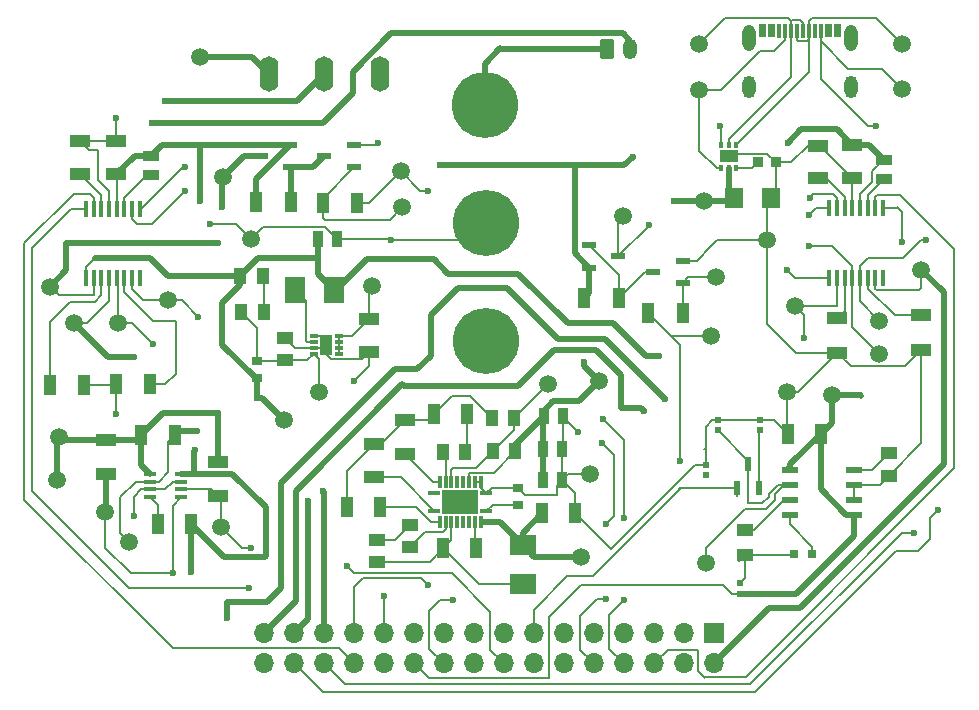
<source format=gbr>
%TF.GenerationSoftware,KiCad,Pcbnew,9.0.0*%
%TF.CreationDate,2025-04-05T15:30:28+02:00*%
%TF.ProjectId,EEE3088F_PCB_Project,45454533-3038-4384-965f-5043425f5072,rev?*%
%TF.SameCoordinates,Original*%
%TF.FileFunction,Copper,L1,Top*%
%TF.FilePolarity,Positive*%
%FSLAX46Y46*%
G04 Gerber Fmt 4.6, Leading zero omitted, Abs format (unit mm)*
G04 Created by KiCad (PCBNEW 9.0.0) date 2025-04-05 15:30:28*
%MOMM*%
%LPD*%
G01*
G04 APERTURE LIST*
G04 Aperture macros list*
%AMRoundRect*
0 Rectangle with rounded corners*
0 $1 Rounding radius*
0 $2 $3 $4 $5 $6 $7 $8 $9 X,Y pos of 4 corners*
0 Add a 4 corners polygon primitive as box body*
4,1,4,$2,$3,$4,$5,$6,$7,$8,$9,$2,$3,0*
0 Add four circle primitives for the rounded corners*
1,1,$1+$1,$2,$3*
1,1,$1+$1,$4,$5*
1,1,$1+$1,$6,$7*
1,1,$1+$1,$8,$9*
0 Add four rect primitives between the rounded corners*
20,1,$1+$1,$2,$3,$4,$5,0*
20,1,$1+$1,$4,$5,$6,$7,0*
20,1,$1+$1,$6,$7,$8,$9,0*
20,1,$1+$1,$8,$9,$2,$3,0*%
G04 Aperture macros list end*
%TA.AperFunction,EtchedComponent*%
%ADD10C,0.000000*%
%TD*%
%TA.AperFunction,SMDPad,CuDef*%
%ADD11C,1.500000*%
%TD*%
%TA.AperFunction,SMDPad,CuDef*%
%ADD12R,1.820000X1.050000*%
%TD*%
%TA.AperFunction,SMDPad,CuDef*%
%ADD13R,1.420000X1.000000*%
%TD*%
%TA.AperFunction,SMDPad,CuDef*%
%ADD14R,0.540000X0.565700*%
%TD*%
%TA.AperFunction,SMDPad,CuDef*%
%ADD15R,1.020000X1.780000*%
%TD*%
%TA.AperFunction,SMDPad,CuDef*%
%ADD16R,0.990000X0.300000*%
%TD*%
%TA.AperFunction,SMDPad,CuDef*%
%ADD17R,0.300000X0.990000*%
%TD*%
%TA.AperFunction,SMDPad,CuDef*%
%ADD18R,3.150000X2.150000*%
%TD*%
%TA.AperFunction,SMDPad,CuDef*%
%ADD19R,1.050000X1.820000*%
%TD*%
%TA.AperFunction,SMDPad,CuDef*%
%ADD20R,1.720000X1.050000*%
%TD*%
%TA.AperFunction,SMDPad,CuDef*%
%ADD21R,0.450000X1.475000*%
%TD*%
%TA.AperFunction,SMDPad,CuDef*%
%ADD22R,0.940000X1.430000*%
%TD*%
%TA.AperFunction,SMDPad,CuDef*%
%ADD23R,1.390000X0.910000*%
%TD*%
%TA.AperFunction,SMDPad,CuDef*%
%ADD24R,0.568000X1.309599*%
%TD*%
%TA.AperFunction,ComponentPad*%
%ADD25C,5.600000*%
%TD*%
%TA.AperFunction,ComponentPad*%
%ADD26O,1.600000X3.000000*%
%TD*%
%TA.AperFunction,SMDPad,CuDef*%
%ADD27R,1.200000X0.600000*%
%TD*%
%TA.AperFunction,SMDPad,CuDef*%
%ADD28R,1.454899X0.558000*%
%TD*%
%TA.AperFunction,SMDPad,CuDef*%
%ADD29R,2.311400X1.742199*%
%TD*%
%TA.AperFunction,SMDPad,CuDef*%
%ADD30R,1.485000X1.728000*%
%TD*%
%TA.AperFunction,SMDPad,CuDef*%
%ADD31R,1.050000X1.720000*%
%TD*%
%TA.AperFunction,ComponentPad*%
%ADD32RoundRect,0.250000X-0.350000X-0.625000X0.350000X-0.625000X0.350000X0.625000X-0.350000X0.625000X0*%
%TD*%
%TA.AperFunction,ComponentPad*%
%ADD33O,1.200000X1.750000*%
%TD*%
%TA.AperFunction,SMDPad,CuDef*%
%ADD34R,1.030000X1.750000*%
%TD*%
%TA.AperFunction,SMDPad,CuDef*%
%ADD35R,0.350000X0.500000*%
%TD*%
%TA.AperFunction,SMDPad,CuDef*%
%ADD36R,1.600000X1.000000*%
%TD*%
%TA.AperFunction,SMDPad,CuDef*%
%ADD37R,1.399500X1.000000*%
%TD*%
%TA.AperFunction,SMDPad,CuDef*%
%ADD38R,1.377000X1.132500*%
%TD*%
%TA.AperFunction,SMDPad,CuDef*%
%ADD39R,0.940000X0.730000*%
%TD*%
%TA.AperFunction,SMDPad,CuDef*%
%ADD40R,1.742199X2.311400*%
%TD*%
%TA.AperFunction,SMDPad,CuDef*%
%ADD41R,1.000000X1.420000*%
%TD*%
%TA.AperFunction,SMDPad,CuDef*%
%ADD42R,0.800000X0.800000*%
%TD*%
%TA.AperFunction,SMDPad,CuDef*%
%ADD43R,0.700000X0.300000*%
%TD*%
%TA.AperFunction,SMDPad,CuDef*%
%ADD44R,1.000000X1.700000*%
%TD*%
%TA.AperFunction,SMDPad,CuDef*%
%ADD45R,0.127000X0.127000*%
%TD*%
%TA.AperFunction,SMDPad,CuDef*%
%ADD46R,0.304800X1.143000*%
%TD*%
%TA.AperFunction,ComponentPad*%
%ADD47O,1.117600X2.209800*%
%TD*%
%TA.AperFunction,ComponentPad*%
%ADD48O,1.117600X1.905000*%
%TD*%
%TA.AperFunction,SMDPad,CuDef*%
%ADD49R,1.075000X0.450000*%
%TD*%
%TA.AperFunction,SMDPad,CuDef*%
%ADD50R,0.806500X0.864000*%
%TD*%
%TA.AperFunction,ComponentPad*%
%ADD51R,1.700000X1.700000*%
%TD*%
%TA.AperFunction,ComponentPad*%
%ADD52O,1.700000X1.700000*%
%TD*%
%TA.AperFunction,ViaPad*%
%ADD53C,0.600000*%
%TD*%
%TA.AperFunction,Conductor*%
%ADD54C,0.200000*%
%TD*%
%TA.AperFunction,Conductor*%
%ADD55C,0.500000*%
%TD*%
G04 APERTURE END LIST*
D10*
%TA.AperFunction,EtchedComponent*%
%TO.C,J2*%
G36*
X166260907Y-55702200D02*
G01*
X165651307Y-55702200D01*
X165651307Y-54559200D01*
X166260907Y-54559200D01*
X166260907Y-55702200D01*
G37*
%TD.AperFunction*%
%TA.AperFunction,EtchedComponent*%
G36*
X167065833Y-55702200D02*
G01*
X166456233Y-55702200D01*
X166456233Y-54559200D01*
X167065833Y-54559200D01*
X167065833Y-55702200D01*
G37*
%TD.AperFunction*%
%TA.AperFunction,EtchedComponent*%
G36*
X171871767Y-55702200D02*
G01*
X171262167Y-55702200D01*
X171262167Y-54559200D01*
X171871767Y-54559200D01*
X171871767Y-55702200D01*
G37*
%TD.AperFunction*%
%TA.AperFunction,EtchedComponent*%
G36*
X172676693Y-55702200D02*
G01*
X172067093Y-55702200D01*
X172067093Y-54559200D01*
X172676693Y-54559200D01*
X172676693Y-55702200D01*
G37*
%TD.AperFunction*%
%TD*%
D11*
%TO.P,TP39,1,1*%
%TO.N,/MOTOR4_A_OUT*%
X115697000Y-77978000D03*
%TD*%
D12*
%TO.P,C11,1,1*%
%TO.N,GND*%
X132650000Y-82350000D03*
%TO.P,C11,2,2*%
%TO.N,/PWR SWITCH OUT*%
X132650000Y-79570000D03*
%TD*%
D11*
%TO.P,TP21,1,1*%
%TO.N,GND*%
X122682000Y-72771000D03*
%TD*%
%TO.P,TP4,1,1*%
%TO.N,/CC1*%
X160655000Y-60198000D03*
%TD*%
D12*
%TO.P,C13,1,1*%
%TO.N,Net-(IC1-VINT)*%
X170727000Y-67645000D03*
%TO.P,C13,2,2*%
%TO.N,GND*%
X170727000Y-64865000D03*
%TD*%
D11*
%TO.P,TP37,1,1*%
%TO.N,/MOTOR4_B_OUT*%
X111413000Y-79858000D03*
%TD*%
D13*
%TO.P,R21,1*%
%TO.N,Net-(IC3-FB)*%
X125550000Y-83035000D03*
%TO.P,R21,2*%
%TO.N,GND*%
X125550000Y-81165000D03*
%TD*%
D11*
%TO.P,TP31,1,1*%
%TO.N,/I2C1_SDA*%
X120142000Y-97155000D03*
%TD*%
%TO.P,TP25,1,1*%
%TO.N,Net-(Q1-G)*%
X135509000Y-70104000D03*
%TD*%
D14*
%TO.P,R16,1,1*%
%TO.N,/PROG*%
X162190000Y-88979400D03*
%TO.P,R16,2,2*%
%TO.N,GND*%
X162190000Y-88113800D03*
%TD*%
D11*
%TO.P,TP22,1,1*%
%TO.N,GND*%
X151384000Y-92710000D03*
%TD*%
%TO.P,TP8,1,1*%
%TO.N,/PWR SWITCH OUT*%
X118405000Y-57351000D03*
%TD*%
%TO.P,TP34,1,1*%
%TO.N,/MOTOR1_A_OUT*%
X168783000Y-78423000D03*
%TD*%
D15*
%TO.P,C19,1,1*%
%TO.N,Net-(IC7-SW_1)*%
X138960000Y-98960000D03*
%TO.P,C19,2,2*%
%TO.N,Net-(IC7-BOOT)*%
X141720000Y-98960000D03*
%TD*%
D11*
%TO.P,TP23,1,1*%
%TO.N,/CTRL_EXT_LOAD1*%
X135382000Y-67056000D03*
%TD*%
D16*
%TO.P,IC7,1,VCC*%
%TO.N,Net-(IC7-VCC)*%
X138205000Y-95815000D03*
D17*
%TO.P,IC7,2,EN*%
%TO.N,/PWR SWITCH OUT*%
X138655000Y-96765000D03*
%TO.P,IC7,3,FSW*%
%TO.N,Net-(IC7-FSW)*%
X139155000Y-96765000D03*
%TO.P,IC7,4,SW_1*%
%TO.N,Net-(IC7-SW_1)*%
X139655000Y-96765000D03*
%TO.P,IC7,5,SW_2*%
%TO.N,unconnected-(IC7-SW_2-Pad5)*%
X140155000Y-96765000D03*
%TO.P,IC7,6,SW_3*%
%TO.N,unconnected-(IC7-SW_3-Pad6)*%
X140655000Y-96765000D03*
%TO.P,IC7,7,SW_4*%
%TO.N,unconnected-(IC7-SW_4-Pad7)*%
X141155000Y-96765000D03*
%TO.P,IC7,8,BOOT*%
%TO.N,Net-(IC7-BOOT)*%
X141655000Y-96765000D03*
%TO.P,IC7,9,VBN*%
%TO.N,/PWR SWITCH OUT*%
X142155000Y-96765000D03*
D16*
%TO.P,IC7,10,SS*%
%TO.N,Net-(IC7-SS)*%
X142605000Y-95815000D03*
%TO.P,IC7,11,NC_1*%
%TO.N,GND*%
X142605000Y-94315000D03*
D17*
%TO.P,IC7,12,NC_2*%
X142155000Y-93365000D03*
%TO.P,IC7,13,MODE*%
X141655000Y-93365000D03*
%TO.P,IC7,14,VOUT_1*%
%TO.N,/5V OUT*%
X141155000Y-93365000D03*
%TO.P,IC7,15,VOUT_2*%
%TO.N,unconnected-(IC7-VOUT_2-Pad15)*%
X140655000Y-93365000D03*
%TO.P,IC7,16,VOUT_3*%
%TO.N,unconnected-(IC7-VOUT_3-Pad16)*%
X140155000Y-93365000D03*
%TO.P,IC7,17,FB*%
%TO.N,Net-(IC7-FB)*%
X139655000Y-93365000D03*
%TO.P,IC7,18,COMP*%
%TO.N,Net-(IC7-COMP)*%
X139155000Y-93365000D03*
%TO.P,IC7,19,ILIM*%
%TO.N,Net-(IC7-ILIM)*%
X138655000Y-93365000D03*
D16*
%TO.P,IC7,20,AGND*%
%TO.N,GND*%
X138205000Y-94315000D03*
D18*
%TO.P,IC7,21,PGND*%
X140405000Y-95065000D03*
%TD*%
D19*
%TO.P,C24,1,1*%
%TO.N,/HV*%
X170904652Y-89255600D03*
%TO.P,C24,2,2*%
%TO.N,GND*%
X168124652Y-89255600D03*
%TD*%
D11*
%TO.P,TP18,1,1*%
%TO.N,/3V3 OUT*%
X125500000Y-88100000D03*
%TD*%
D20*
%TO.P,R7,1*%
%TO.N,GND*%
X172339000Y-82423000D03*
%TO.P,R7,2*%
%TO.N,Net-(IC1-AISEN)*%
X172339000Y-79503000D03*
%TD*%
D14*
%TO.P,R27,1,1*%
%TO.N,Net-(Q3-S)*%
X165746000Y-88979400D03*
%TO.P,R27,2,2*%
%TO.N,GND*%
X165746000Y-88113800D03*
%TD*%
D20*
%TO.P,R9,1*%
%TO.N,GND*%
X179451000Y-82169000D03*
%TO.P,R9,2*%
%TO.N,Net-(IC1-BISEN)*%
X179451000Y-79249000D03*
%TD*%
D21*
%TO.P,IC1,1,NSLEEP*%
%TO.N,/3V3 OUT*%
X171652000Y-76043000D03*
%TO.P,IC1,2,AOUT1*%
%TO.N,/MOTOR1_A_OUT*%
X172302000Y-76043000D03*
%TO.P,IC1,3,AISEN*%
%TO.N,Net-(IC1-AISEN)*%
X172952000Y-76043000D03*
%TO.P,IC1,4,AOUT2*%
%TO.N,/MOTOR1_B_OUT*%
X173602000Y-76043000D03*
%TO.P,IC1,5,BOUT2*%
%TO.N,/MOTOR2_B_OUT*%
X174252000Y-76043000D03*
%TO.P,IC1,6,BISEN*%
%TO.N,Net-(IC1-BISEN)*%
X174902000Y-76043000D03*
%TO.P,IC1,7,BOUT1*%
%TO.N,/MOTOR2_A_OUT*%
X175552000Y-76043000D03*
%TO.P,IC1,8,NFAULT*%
%TO.N,unconnected-(IC1-NFAULT-Pad8)*%
X176202000Y-76043000D03*
%TO.P,IC1,9,BIN1*%
%TO.N,/MOTOR2_CTRL1*%
X176202000Y-70167000D03*
%TO.P,IC1,10,BIN2*%
%TO.N,/MOTOR2_CTRL2*%
X175552000Y-70167000D03*
%TO.P,IC1,11,VCP*%
%TO.N,Net-(IC1-VCP)*%
X174902000Y-70167000D03*
%TO.P,IC1,12,VM*%
%TO.N,/5V OUT*%
X174252000Y-70167000D03*
%TO.P,IC1,13,GND*%
%TO.N,GND*%
X173602000Y-70167000D03*
%TO.P,IC1,14,VINT*%
%TO.N,Net-(IC1-VINT)*%
X172952000Y-70167000D03*
%TO.P,IC1,15,AIN2*%
%TO.N,/MOTOR1_CTRL2*%
X172302000Y-70167000D03*
%TO.P,IC1,16,AIN1*%
%TO.N,/MOTOR1_CTRL1*%
X171652000Y-70167000D03*
%TD*%
D22*
%TO.P,C21,1,1*%
%TO.N,/5V OUT*%
X147415000Y-90565000D03*
%TO.P,C21,2,2*%
%TO.N,GND*%
X149055000Y-90565000D03*
%TD*%
D15*
%TO.P,C18,1,1*%
%TO.N,GND*%
X130827000Y-95504000D03*
%TO.P,C18,2,2*%
%TO.N,/PWR SWITCH OUT*%
X133587000Y-95504000D03*
%TD*%
D23*
%TO.P,C5,1,1*%
%TO.N,Net-(IC1-VCP)*%
X176277000Y-67705000D03*
%TO.P,C5,2,2*%
%TO.N,/5V OUT*%
X176277000Y-66065000D03*
%TD*%
D24*
%TO.P,Q3,1,G*%
%TO.N,/FAST_CHARGE_CTRL*%
X163814651Y-93878700D03*
%TO.P,Q3,2,S*%
%TO.N,Net-(Q3-S)*%
X165714653Y-93878700D03*
%TO.P,Q3,3,D*%
%TO.N,/PROG*%
X164764652Y-91848300D03*
%TD*%
D11*
%TO.P,TP38,1,1*%
%TO.N,/MOTOR3_B_OUT*%
X107713000Y-79908000D03*
%TD*%
D22*
%TO.P,C22,1,1*%
%TO.N,/5V OUT*%
X147415000Y-93215000D03*
%TO.P,C22,2,2*%
%TO.N,GND*%
X149055000Y-93215000D03*
%TD*%
D20*
%TO.P,R3,1*%
%TO.N,/BATTERY*%
X119888000Y-91631000D03*
%TO.P,R3,2*%
%TO.N,/I2C1_SDA*%
X119888000Y-94551000D03*
%TD*%
D19*
%TO.P,C20,1,1*%
%TO.N,/PWR SWITCH OUT*%
X147315000Y-96015000D03*
%TO.P,C20,2,2*%
%TO.N,GND*%
X150095000Y-96015000D03*
%TD*%
D12*
%TO.P,C2,1,1*%
%TO.N,GND*%
X133096000Y-90177000D03*
%TO.P,C2,2,2*%
%TO.N,Net-(IC7-VCC)*%
X133096000Y-92957000D03*
%TD*%
D11*
%TO.P,TP36,1,1*%
%TO.N,/MOTOR1_B_OUT*%
X175895000Y-82487000D03*
%TD*%
D25*
%TO.P,H2,1*%
%TO.N,GND*%
X142575000Y-71450000D03*
%TD*%
D26*
%TO.P,SW1,1,1*%
%TO.N,/PWR SWITCH OUT*%
X124205000Y-58801000D03*
%TO.P,SW1,2,2*%
%TO.N,/PWR SWITCH IN*%
X128905000Y-58801000D03*
%TO.P,SW1,3,3*%
%TO.N,GND*%
X133605000Y-58801000D03*
%TD*%
D27*
%TO.P,Q6,1,G*%
%TO.N,Net-(Q2-D)*%
X151296000Y-73294000D03*
%TO.P,Q6,2,S*%
%TO.N,/5V OUT*%
X151296000Y-75194000D03*
%TO.P,Q6,3,D*%
%TO.N,/EXT_LOAD2_OUT*%
X153796000Y-74244000D03*
%TD*%
D11*
%TO.P,TP28,1,1*%
%TO.N,/EXT_LOAD2_OUT*%
X154138000Y-70796000D03*
%TD*%
%TO.P,TP5,1,1*%
%TO.N,/CC2*%
X177800000Y-60071000D03*
%TD*%
D28*
%TO.P,U2,1,VCC*%
%TO.N,/HV*%
X168293304Y-92300600D03*
%TO.P,U2,2,PROG*%
%TO.N,/PROG*%
X168293304Y-93570600D03*
%TO.P,U2,3,NSTDBY*%
%TO.N,Net-(LED1-K)*%
X168293304Y-94840600D03*
%TO.P,U2,4,NCHRG*%
%TO.N,Net-(LED2-K)*%
X168293304Y-96110600D03*
%TO.P,U2,5,TS*%
%TO.N,/HV*%
X173736000Y-96110600D03*
%TO.P,U2,6,BAT*%
%TO.N,GND*%
X173736000Y-94840600D03*
%TO.P,U2,7,GND*%
X173736000Y-93570600D03*
%TO.P,U2,8,LX*%
%TO.N,Net-(U2-LX)*%
X173736000Y-92300600D03*
%TD*%
D29*
%TO.P,L4,1,1*%
%TO.N,/PWR SWITCH OUT*%
X145674000Y-98711201D03*
%TO.P,L4,2,2*%
%TO.N,Net-(IC7-SW_1)*%
X145674000Y-102002799D03*
%TD*%
D11*
%TO.P,TP20,1,1*%
%TO.N,Net-(IC3-FB)*%
X128400000Y-85700000D03*
%TD*%
D12*
%TO.P,C10,1,1*%
%TO.N,/5V OUT*%
X111288000Y-67270000D03*
%TO.P,C10,2,2*%
%TO.N,GND*%
X111288000Y-64490000D03*
%TD*%
D11*
%TO.P,TP6,1,1*%
%TO.N,/D+*%
X177800000Y-56261000D03*
%TD*%
%TO.P,TP30,1,1*%
%TO.N,/BATTERY*%
X106299000Y-93218000D03*
%TD*%
D30*
%TO.P,C23,1,1*%
%TO.N,GND*%
X166751000Y-69342000D03*
%TO.P,C23,2,2*%
%TO.N,/HV*%
X163565800Y-69342000D03*
%TD*%
D13*
%TO.P,R12,1*%
%TO.N,Net-(R12-Pad1)*%
X136144000Y-96982000D03*
%TO.P,R12,2*%
%TO.N,Net-(IC7-FSW)*%
X136144000Y-98852000D03*
%TD*%
D21*
%TO.P,IC2,1,NSLEEP*%
%TO.N,/3V3 OUT*%
X108713000Y-76108000D03*
%TO.P,IC2,2,AOUT1*%
%TO.N,/MOTOR3_A_OUT*%
X109363000Y-76108000D03*
%TO.P,IC2,3,AISEN*%
%TO.N,Net-(IC2-AISEN)*%
X110013000Y-76108000D03*
%TO.P,IC2,4,AOUT2*%
%TO.N,/MOTOR3_B_OUT*%
X110663000Y-76108000D03*
%TO.P,IC2,5,BOUT2*%
%TO.N,/MOTOR4_B_OUT*%
X111313000Y-76108000D03*
%TO.P,IC2,6,BISEN*%
%TO.N,Net-(IC2-BISEN)*%
X111963000Y-76108000D03*
%TO.P,IC2,7,BOUT1*%
%TO.N,/MOTOR4_A_OUT*%
X112613000Y-76108000D03*
%TO.P,IC2,8,NFAULT*%
%TO.N,unconnected-(IC2-NFAULT-Pad8)*%
X113263000Y-76108000D03*
%TO.P,IC2,9,BIN1*%
%TO.N,/MOTOR4_CTRL1*%
X113263000Y-70232000D03*
%TO.P,IC2,10,BIN2*%
%TO.N,/MOTOR4_CTRL2*%
X112613000Y-70232000D03*
%TO.P,IC2,11,VCP*%
%TO.N,Net-(IC2-VCP)*%
X111963000Y-70232000D03*
%TO.P,IC2,12,VM*%
%TO.N,/5V OUT*%
X111313000Y-70232000D03*
%TO.P,IC2,13,GND*%
%TO.N,GND*%
X110663000Y-70232000D03*
%TO.P,IC2,14,VINT*%
%TO.N,Net-(IC2-VINT)*%
X110013000Y-70232000D03*
%TO.P,IC2,15,AIN2*%
%TO.N,/MOTOR3_CTRL2*%
X109363000Y-70232000D03*
%TO.P,IC2,16,AIN1*%
%TO.N,/MOTOR3_CTRL1*%
X108713000Y-70232000D03*
%TD*%
D31*
%TO.P,R6,1*%
%TO.N,Net-(IC2-AISEN)*%
X105653000Y-85140000D03*
%TO.P,R6,2*%
%TO.N,GND*%
X108573000Y-85140000D03*
%TD*%
D32*
%TO.P,J3,1,Pin_1*%
%TO.N,GND*%
X152797000Y-56732000D03*
D33*
%TO.P,J3,2,Pin_2*%
%TO.N,/BATTERY*%
X154797000Y-56732000D03*
%TD*%
D31*
%TO.P,R4,1*%
%TO.N,Net-(Q1-D)*%
X126060000Y-69650000D03*
%TO.P,R4,2*%
%TO.N,/5V OUT*%
X123140000Y-69650000D03*
%TD*%
D11*
%TO.P,TP12,1,1*%
%TO.N,/BATTERY*%
X106426000Y-89535000D03*
%TD*%
%TO.P,TP32,1,1*%
%TO.N,/I2C1_SCL*%
X110363000Y-95885000D03*
%TD*%
D31*
%TO.P,R15,1*%
%TO.N,Net-(Q2-G)*%
X159218000Y-79079000D03*
%TO.P,R15,2*%
%TO.N,/CTRL_EXT_LOAD2*%
X156298000Y-79079000D03*
%TD*%
D12*
%TO.P,C9,1,1*%
%TO.N,/5V OUT*%
X173577000Y-64815000D03*
%TO.P,C9,2,2*%
%TO.N,GND*%
X173577000Y-67595000D03*
%TD*%
D14*
%TO.P,R28,1,1*%
%TO.N,GND*%
X161174000Y-91923800D03*
%TO.P,R28,2,2*%
%TO.N,/BATTERY*%
X161174000Y-92789400D03*
%TD*%
D34*
%TO.P,C16,1,1*%
%TO.N,GND*%
X138183000Y-87630000D03*
%TO.P,C16,2,2*%
%TO.N,Net-(C16-Pad2)*%
X140963000Y-87630000D03*
%TD*%
D31*
%TO.P,R5,1*%
%TO.N,Net-(Q2-D)*%
X153800000Y-77800000D03*
%TO.P,R5,2*%
%TO.N,/5V OUT*%
X150880000Y-77800000D03*
%TD*%
D13*
%TO.P,R25,1*%
%TO.N,Net-(R12-Pad1)*%
X133350000Y-98252000D03*
%TO.P,R25,2*%
%TO.N,Net-(IC7-SW_1)*%
X133350000Y-100122000D03*
%TD*%
D11*
%TO.P,TP29,1,1*%
%TO.N,/PWR SWITCH IN*%
X112395000Y-98425000D03*
%TD*%
%TO.P,TP26,1,1*%
%TO.N,Net-(Q2-G)*%
X162076000Y-76031000D03*
%TD*%
D31*
%TO.P,R14,1*%
%TO.N,Net-(Q1-G)*%
X128740000Y-69750000D03*
%TO.P,R14,2*%
%TO.N,/CTRL_EXT_LOAD1*%
X131660000Y-69750000D03*
%TD*%
D11*
%TO.P,TP24,1,1*%
%TO.N,/CTRL_EXT_LOAD2*%
X161671000Y-81026000D03*
%TD*%
D27*
%TO.P,Q5,1,G*%
%TO.N,Net-(Q1-D)*%
X126000000Y-66700000D03*
%TO.P,Q5,2,S*%
%TO.N,/5V OUT*%
X126000000Y-64800000D03*
%TO.P,Q5,3,D*%
%TO.N,/EXT_LOAD1_OUT*%
X123500000Y-65750000D03*
%TD*%
D11*
%TO.P,TP14,1,1*%
%TO.N,/PROG*%
X161174000Y-100230600D03*
%TD*%
%TO.P,TP7,1,1*%
%TO.N,/D-*%
X160655000Y-56261000D03*
%TD*%
D12*
%TO.P,C14,1,1*%
%TO.N,Net-(IC2-VINT)*%
X108238000Y-67270000D03*
%TO.P,C14,2,2*%
%TO.N,GND*%
X108238000Y-64490000D03*
%TD*%
D20*
%TO.P,R20,1*%
%TO.N,/BATTERY*%
X110419000Y-89773000D03*
%TO.P,R20,2*%
%TO.N,/I2C1_SCL*%
X110419000Y-92693000D03*
%TD*%
D11*
%TO.P,TP11,1,1*%
%TO.N,GND*%
X168032000Y-85752600D03*
%TD*%
D35*
%TO.P,U1,1,CC1*%
%TO.N,/CC1*%
X162476400Y-66785900D03*
%TO.P,U1,2,VUSB*%
%TO.N,/HV*%
X163126400Y-66785900D03*
%TO.P,U1,3,VSET*%
%TO.N,Net-(U1-VSET)*%
X163776400Y-66785900D03*
%TO.P,U1,4,D+*%
%TO.N,/D+*%
X163776400Y-64785900D03*
%TO.P,U1,5,D-*%
%TO.N,/D-*%
X163126400Y-64785900D03*
%TO.P,U1,6,CC2*%
%TO.N,/CC2*%
X162476400Y-64785900D03*
D36*
%TO.P,U1,7,GND*%
%TO.N,GND*%
X163126400Y-65785900D03*
%TD*%
D11*
%TO.P,TP16,1,1*%
%TO.N,/PWR SWITCH OUT*%
X150591000Y-99715000D03*
%TD*%
D31*
%TO.P,R19,1*%
%TO.N,/PWR SWITCH IN*%
X116268000Y-89408000D03*
%TO.P,R19,2*%
%TO.N,/BATTERY*%
X113348000Y-89408000D03*
%TD*%
D11*
%TO.P,TP17,1,1*%
%TO.N,/5V OUT*%
X152146000Y-84836000D03*
%TD*%
D37*
%TO.P,LED1,1,A*%
%TO.N,Net-(LED1-A)*%
X164528652Y-99521500D03*
%TO.P,LED1,2,K*%
%TO.N,Net-(LED1-K)*%
X164528652Y-97420900D03*
%TD*%
D11*
%TO.P,TP40,1,1*%
%TO.N,/MOTOR3_A_OUT*%
X105663000Y-76808000D03*
%TD*%
%TO.P,TP15,1,1*%
%TO.N,/PWR SWITCH OUT*%
X132950000Y-76750000D03*
%TD*%
D25*
%TO.P,H3,1*%
%TO.N,GND*%
X142475000Y-61450000D03*
%TD*%
D23*
%TO.P,C6,1,1*%
%TO.N,Net-(IC2-VCP)*%
X114238000Y-67350000D03*
%TO.P,C6,2,2*%
%TO.N,/5V OUT*%
X114238000Y-65710000D03*
%TD*%
D27*
%TO.P,Q2,1,G*%
%TO.N,Net-(Q2-G)*%
X159218000Y-76515000D03*
%TO.P,Q2,2,S*%
%TO.N,GND*%
X159218000Y-74615000D03*
%TO.P,Q2,3,D*%
%TO.N,Net-(Q2-D)*%
X156718000Y-75565000D03*
%TD*%
D38*
%TO.P,L2,1,1*%
%TO.N,Net-(U2-LX)*%
X176668000Y-90882400D03*
%TO.P,L2,2,2*%
%TO.N,GND*%
X176668000Y-92814800D03*
%TD*%
D25*
%TO.P,H1,1*%
%TO.N,GND*%
X142575000Y-81400000D03*
%TD*%
D39*
%TO.P,C15,1,1*%
%TO.N,GND*%
X145255000Y-93855000D03*
%TO.P,C15,2,2*%
%TO.N,Net-(IC7-SS)*%
X145255000Y-95275000D03*
%TD*%
D40*
%TO.P,L5,1,1*%
%TO.N,Net-(IC3-SW)*%
X126404201Y-77100000D03*
%TO.P,L5,2,2*%
%TO.N,/3V3 OUT*%
X129695799Y-77100000D03*
%TD*%
D41*
%TO.P,R18,1*%
%TO.N,Net-(R17-Pad1)*%
X123663000Y-75946000D03*
%TO.P,R18,2*%
%TO.N,/3V3 OUT*%
X121793000Y-75946000D03*
%TD*%
D11*
%TO.P,TP3,1,1*%
%TO.N,/HV*%
X161036000Y-69596000D03*
%TD*%
D41*
%TO.P,R11,1*%
%TO.N,GND*%
X143120000Y-87965000D03*
%TO.P,R11,2*%
%TO.N,Net-(IC7-FB)*%
X144990000Y-87965000D03*
%TD*%
D42*
%TO.P,LED2,1,K*%
%TO.N,Net-(LED2-K)*%
X170217500Y-99440900D03*
%TO.P,LED2,2,A*%
%TO.N,Net-(LED1-A)*%
X168618500Y-99441100D03*
%TD*%
D11*
%TO.P,TP27,1,1*%
%TO.N,/EXT_LOAD1_OUT*%
X120300000Y-67500000D03*
%TD*%
D31*
%TO.P,R8,1*%
%TO.N,GND*%
X111253000Y-85090000D03*
%TO.P,R8,2*%
%TO.N,Net-(IC2-BISEN)*%
X114173000Y-85090000D03*
%TD*%
D22*
%TO.P,C17,1,1*%
%TO.N,/5V OUT*%
X147455000Y-87765000D03*
%TO.P,C17,2,2*%
%TO.N,GND*%
X149095000Y-87765000D03*
%TD*%
%TO.P,C3,1,1*%
%TO.N,/3V3 OUT*%
X128330000Y-72800000D03*
%TO.P,C3,2,2*%
%TO.N,GND*%
X129970000Y-72800000D03*
%TD*%
D43*
%TO.P,IC3,1,PGND*%
%TO.N,GND*%
X128000000Y-81000000D03*
%TO.P,IC3,2,SW*%
%TO.N,Net-(IC3-SW)*%
X128000000Y-81500000D03*
%TO.P,IC3,3,AGND*%
%TO.N,GND*%
X128000000Y-82000000D03*
%TO.P,IC3,4,FB*%
%TO.N,Net-(IC3-FB)*%
X128000000Y-82500000D03*
%TO.P,IC3,5,EN*%
%TO.N,/PWR SWITCH OUT*%
X130100000Y-82500000D03*
%TO.P,IC3,6,MODE*%
X130100000Y-82000000D03*
%TO.P,IC3,7,AVIN*%
X130100000Y-81500000D03*
%TO.P,IC3,8,PVIN*%
X130100000Y-81000000D03*
D44*
%TO.P,IC3,9,EP*%
%TO.N,GND*%
X129050000Y-81750000D03*
%TD*%
D11*
%TO.P,TP10,1,1*%
%TO.N,GND*%
X166370000Y-72898000D03*
%TD*%
%TO.P,TP33,1,1*%
%TO.N,/MOTOR2_A_OUT*%
X179451000Y-75375000D03*
%TD*%
D27*
%TO.P,Q1,1,G*%
%TO.N,Net-(Q1-G)*%
X131400000Y-66700000D03*
%TO.P,Q1,2,S*%
%TO.N,GND*%
X131400000Y-64800000D03*
%TO.P,Q1,3,D*%
%TO.N,Net-(Q1-D)*%
X128900000Y-65750000D03*
%TD*%
D41*
%TO.P,R26,1*%
%TO.N,Net-(IC7-COMP)*%
X138935000Y-90815000D03*
%TO.P,R26,2*%
%TO.N,Net-(C16-Pad2)*%
X140805000Y-90815000D03*
%TD*%
D11*
%TO.P,TP13,1,1*%
%TO.N,/HV*%
X171842000Y-86006600D03*
%TD*%
D20*
%TO.P,R10,1*%
%TO.N,GND*%
X135763000Y-88075000D03*
%TO.P,R10,2*%
%TO.N,Net-(IC7-ILIM)*%
X135763000Y-90995000D03*
%TD*%
D45*
%TO.P,J2,A1,GND*%
%TO.N,unconnected-(J2-GND-PadA1)*%
X165803707Y-55130700D03*
%TO.P,J2,A4,VBUS*%
%TO.N,unconnected-(J2-VBUS-PadA4)*%
X166608633Y-55130700D03*
D46*
%TO.P,J2,A5,CC1*%
%TO.N,/CC1*%
X167913685Y-55130700D03*
%TO.P,J2,A6,DP1*%
%TO.N,/D+*%
X168913937Y-55130700D03*
%TO.P,J2,A7,DN1*%
%TO.N,/D-*%
X169414063Y-55130700D03*
%TO.P,J2,A8,SBU1*%
%TO.N,unconnected-(J2-SBU1-PadA8)*%
X167413559Y-55130700D03*
D45*
%TO.P,J2,A9,VBUS*%
%TO.N,unconnected-(J2-VBUS-PadA9)*%
X171719367Y-55130700D03*
%TO.P,J2,A12,GND*%
%TO.N,unconnected-(J2-GND-PadA12)*%
X172524293Y-55130700D03*
%TO.P,J2,B1,GND*%
%TO.N,GND*%
X172219493Y-55130700D03*
%TO.P,J2,B4,VBUS*%
%TO.N,/HV*%
X171414567Y-55130700D03*
D46*
%TO.P,J2,B5,CC2*%
%TO.N,/CC2*%
X170914441Y-55130700D03*
%TO.P,J2,B6,DP2*%
%TO.N,/D+*%
X169914189Y-55130700D03*
%TO.P,J2,B7,DN2*%
%TO.N,/D-*%
X168413811Y-55130700D03*
%TO.P,J2,B8,SBU2*%
%TO.N,unconnected-(J2-SBU2-PadB8)*%
X170414315Y-55130700D03*
D45*
%TO.P,J2,B9,VBUS*%
%TO.N,/HV*%
X166913433Y-55130700D03*
%TO.P,J2,B12,GND*%
%TO.N,GND*%
X166108507Y-55130700D03*
D47*
%TO.P,J2,S1,SHELL_GND*%
X164843998Y-55721700D03*
%TO.P,J2,S2,SHELL_GND*%
X173484002Y-55721700D03*
D48*
%TO.P,J2,S3,SHELL_GND*%
X164843968Y-59871700D03*
%TO.P,J2,S4,SHELL_GND*%
X173484032Y-59871700D03*
%TD*%
D41*
%TO.P,R13,1*%
%TO.N,/5V OUT*%
X145025000Y-90765000D03*
%TO.P,R13,2*%
%TO.N,Net-(IC7-FB)*%
X143155000Y-90765000D03*
%TD*%
D49*
%TO.P,IC5,1,IN+*%
%TO.N,/BATTERY*%
X114120000Y-92685000D03*
%TO.P,IC5,2,IN-*%
%TO.N,/PWR SWITCH IN*%
X114120000Y-93335000D03*
%TO.P,IC5,3,GND*%
%TO.N,GND*%
X114120000Y-93985000D03*
%TO.P,IC5,4,VS*%
%TO.N,Net-(IC5-VS)*%
X114120000Y-94635000D03*
%TO.P,IC5,5,SCL*%
%TO.N,/I2C1_SCL*%
X116796000Y-94635000D03*
%TO.P,IC5,6,SDA*%
%TO.N,/I2C1_SDA*%
X116796000Y-93985000D03*
%TO.P,IC5,7,A0*%
%TO.N,GND*%
X116796000Y-93335000D03*
%TO.P,IC5,8,A1*%
%TO.N,/3V3 OUT*%
X116796000Y-92685000D03*
%TD*%
D14*
%TO.P,R30,1,1*%
%TO.N,Net-(LED1-A)*%
X164084000Y-101929200D03*
%TO.P,R30,2,2*%
%TO.N,/HV*%
X164084000Y-102794800D03*
%TD*%
D50*
%TO.P,R29,1,1*%
%TO.N,GND*%
X167113200Y-66294000D03*
%TO.P,R29,2,2*%
%TO.N,Net-(U1-VSET)*%
X165606400Y-66294000D03*
%TD*%
D11*
%TO.P,TP19,1,1*%
%TO.N,Net-(IC7-FB)*%
X147828000Y-85090000D03*
%TD*%
D39*
%TO.P,C1,1,1*%
%TO.N,Net-(IC3-FB)*%
X123190000Y-83110000D03*
%TO.P,C1,2,2*%
%TO.N,/3V3 OUT*%
X123190000Y-84530000D03*
%TD*%
D41*
%TO.P,R17,1*%
%TO.N,Net-(R17-Pad1)*%
X123744000Y-78994000D03*
%TO.P,R17,2*%
%TO.N,Net-(IC3-FB)*%
X121874000Y-78994000D03*
%TD*%
D11*
%TO.P,TP35,1,1*%
%TO.N,/MOTOR2_B_OUT*%
X175895000Y-79693000D03*
%TD*%
D15*
%TO.P,C7,1,1*%
%TO.N,/3V3 OUT*%
X117585000Y-96901000D03*
%TO.P,C7,2,2*%
%TO.N,Net-(IC5-VS)*%
X114825000Y-96901000D03*
%TD*%
D51*
%TO.P,J1,1,Pin_1*%
%TO.N,/MOTOR2_B_OUT*%
X161875000Y-106160000D03*
D52*
%TO.P,J1,2,Pin_2*%
%TO.N,/MOTOR2_A_OUT*%
X161875000Y-108700000D03*
%TO.P,J1,3,Pin_3*%
%TO.N,/MOTOR4_A_OUT*%
X159335000Y-106160000D03*
%TO.P,J1,4,Pin_4*%
%TO.N,/MOTOR2_CTRL1*%
X159335000Y-108700000D03*
%TO.P,J1,5,Pin_5*%
%TO.N,/MOTOR4_B_OUT*%
X156795000Y-106160000D03*
%TO.P,J1,6,Pin_6*%
%TO.N,/MOTOR2_CTRL2*%
X156795000Y-108700000D03*
%TO.P,J1,7,Pin_7*%
%TO.N,/CTRL_EXT_LOAD2*%
X154255000Y-106160000D03*
%TO.P,J1,8,Pin_8*%
%TO.N,/MOTOR4_CTRL1*%
X154255000Y-108700000D03*
%TO.P,J1,9,Pin_9*%
%TO.N,/USART2_RX*%
X151715000Y-106160000D03*
%TO.P,J1,10,Pin_10*%
%TO.N,/MOTOR4_CTRL2*%
X151715000Y-108700000D03*
%TO.P,J1,11,Pin_11*%
%TO.N,/EXT_LOAD2_OUT*%
X149175000Y-106160000D03*
%TO.P,J1,12,Pin_12*%
%TO.N,/USART2_TX*%
X149175000Y-108700000D03*
%TO.P,J1,13,Pin_13*%
%TO.N,/FAST_CHARGE_CTRL*%
X146635000Y-106160000D03*
%TO.P,J1,14,Pin_14*%
%TO.N,/BATTERY*%
X146635000Y-108700000D03*
%TO.P,J1,15,Pin_15*%
%TO.N,unconnected-(J1-Pin_15-Pad15)*%
X144095000Y-106160000D03*
%TO.P,J1,16,Pin_16*%
%TO.N,/I2C1_SCL*%
X144095000Y-108700000D03*
%TO.P,J1,17,Pin_17*%
%TO.N,/I2C1_SDA*%
X141555000Y-106160000D03*
%TO.P,J1,18,Pin_18*%
%TO.N,/3V3 OUT*%
X141555000Y-108700000D03*
%TO.P,J1,19,Pin_19*%
%TO.N,GND*%
X139015000Y-106160000D03*
%TO.P,J1,20,Pin_20*%
%TO.N,/5V OUT*%
X139015000Y-108700000D03*
%TO.P,J1,21,Pin_21*%
%TO.N,/EXT_LOAD1_OUT*%
X136475000Y-106160000D03*
%TO.P,J1,22,Pin_22*%
%TO.N,/HV*%
X136475000Y-108700000D03*
%TO.P,J1,23,Pin_23*%
%TO.N,GND*%
X133935000Y-106160000D03*
%TO.P,J1,24,Pin_24*%
%TO.N,/MOTOR3_CTRL1*%
X133935000Y-108700000D03*
%TO.P,J1,25,Pin_25*%
%TO.N,/CTRL_EXT_LOAD1*%
X131395000Y-106160000D03*
%TO.P,J1,26,Pin_26*%
%TO.N,/MOTOR3_CTRL2*%
X131395000Y-108700000D03*
%TO.P,J1,27,Pin_27*%
%TO.N,/MOTOR3_A_OUT*%
X128855000Y-106160000D03*
%TO.P,J1,28,Pin_28*%
%TO.N,/MOTOR1_CTRL1*%
X128855000Y-108700000D03*
%TO.P,J1,29,Pin_29*%
%TO.N,/MOTOR3_B_OUT*%
X126315000Y-106160000D03*
%TO.P,J1,30,Pin_30*%
%TO.N,/MOTOR1_CTRL2*%
X126315000Y-108700000D03*
%TO.P,J1,31,Pin_31*%
%TO.N,/MOTOR1_B_OUT*%
X123775000Y-106160000D03*
%TO.P,J1,32,Pin_32*%
%TO.N,/MOTOR1_A_OUT*%
X123775000Y-108700000D03*
%TD*%
D53*
%TO.N,/5V OUT*%
X155000000Y-65800000D03*
X150876000Y-83185000D03*
X118364000Y-69596000D03*
X168148000Y-64643000D03*
X139827000Y-103378000D03*
X138684000Y-66548000D03*
%TO.N,/MOTOR1_A_OUT*%
X120650000Y-104902000D03*
X169545000Y-81153000D03*
X157734000Y-86360000D03*
%TO.N,/MOTOR1_CTRL1*%
X178816000Y-97663000D03*
X169926000Y-70739000D03*
%TO.N,/MOTOR2_CTRL1*%
X177800000Y-73025000D03*
%TO.N,/MOTOR1_B_OUT*%
X155956000Y-87376000D03*
X169926000Y-73406000D03*
%TO.N,/MOTOR1_CTRL2*%
X180848000Y-95758000D03*
X169989500Y-69278500D03*
%TO.N,/MOTOR2_B_OUT*%
X179832000Y-72898000D03*
%TO.N,/MOTOR3_B_OUT*%
X112776000Y-82804000D03*
X127508000Y-94996000D03*
%TO.N,/MOTOR4_B_OUT*%
X114427000Y-81661000D03*
%TO.N,/MOTOR3_A_OUT*%
X119888000Y-73152000D03*
X128778000Y-94107000D03*
%TO.N,/MOTOR4_CTRL2*%
X117094000Y-68707000D03*
X152400000Y-90043000D03*
X152781000Y-103251000D03*
X152781000Y-96901000D03*
%TO.N,/MOTOR3_CTRL1*%
X122555000Y-102362000D03*
%TO.N,/MOTOR4_A_OUT*%
X118237000Y-79375000D03*
%TO.N,/MOTOR4_CTRL1*%
X154305000Y-96393000D03*
X117094000Y-66675000D03*
X154305000Y-103378000D03*
X152527000Y-88011000D03*
%TO.N,/BATTERY*%
X119888000Y-87503000D03*
X114300000Y-62992000D03*
%TO.N,/3V3 OUT*%
X117602000Y-100965000D03*
X168100000Y-75400000D03*
X157200000Y-82700000D03*
X123190000Y-86233000D03*
X117983000Y-90678000D03*
%TO.N,/I2C1_SDA*%
X122682000Y-98933000D03*
%TO.N,/I2C1_SCL*%
X116078000Y-101092000D03*
X130810000Y-100457000D03*
%TO.N,/CTRL_EXT_LOAD2*%
X159004000Y-91567000D03*
%TO.N,/CTRL_EXT_LOAD1*%
X137668000Y-68707000D03*
X137668000Y-102108000D03*
%TO.N,/EXT_LOAD2_OUT*%
X156400000Y-71600000D03*
%TO.N,/EXT_LOAD1_OUT*%
X120269000Y-70104000D03*
%TO.N,/HV*%
X174271600Y-86006600D03*
X158496000Y-69596000D03*
%TO.N,/PWR SWITCH IN*%
X118110000Y-89027000D03*
X115443000Y-61087000D03*
%TO.N,GND*%
X131400000Y-84800000D03*
X111252000Y-87630000D03*
X134500000Y-72900000D03*
X111288000Y-62520000D03*
X133477000Y-64643000D03*
X133985000Y-102997000D03*
X150368000Y-89154000D03*
X112776000Y-96266000D03*
X119253000Y-71501000D03*
%TO.N,/CC2*%
X162433000Y-63246000D03*
X175641000Y-63246000D03*
%TD*%
D54*
%TO.N,/MOTOR2_A_OUT*%
X179451000Y-75375000D02*
X179451000Y-76899000D01*
X175653000Y-77081500D02*
X175552000Y-76980500D01*
X175552000Y-76980500D02*
X175552000Y-76043000D01*
D55*
X181356000Y-91821000D02*
X181356000Y-77280000D01*
X161875000Y-108700000D02*
X166562000Y-104013000D01*
D54*
X179451000Y-76899000D02*
X179268500Y-77081500D01*
X179268500Y-77081500D02*
X175653000Y-77081500D01*
D55*
X169164000Y-104013000D02*
X181356000Y-91821000D01*
X181356000Y-77280000D02*
X179451000Y-75375000D01*
X166562000Y-104013000D02*
X169164000Y-104013000D01*
%TO.N,/5V OUT*%
X173577000Y-64815000D02*
X172262000Y-63500000D01*
D54*
X137795000Y-104267000D02*
X138684000Y-103378000D01*
X143224000Y-92566000D02*
X145025000Y-90765000D01*
X141155000Y-92618000D02*
X141207000Y-92566000D01*
D55*
X151296000Y-77384000D02*
X150880000Y-77800000D01*
X147415000Y-87805000D02*
X147455000Y-87765000D01*
X151296000Y-75194000D02*
X151296000Y-77384000D01*
X152146000Y-84836000D02*
X150876000Y-83566000D01*
X154252000Y-66548000D02*
X155000000Y-65800000D01*
D54*
X175281000Y-67928000D02*
X175281000Y-67061000D01*
D55*
X169291000Y-63500000D02*
X168148000Y-64643000D01*
D54*
X174252000Y-70167000D02*
X174252000Y-68957000D01*
X111313000Y-67295000D02*
X111288000Y-67270000D01*
X139015000Y-108700000D02*
X137795000Y-107480000D01*
D55*
X112848000Y-65710000D02*
X111288000Y-67270000D01*
X114238000Y-65710000D02*
X114358000Y-65590000D01*
X172262000Y-63500000D02*
X169291000Y-63500000D01*
X147320000Y-87630000D02*
X147455000Y-87765000D01*
D54*
X111313000Y-70232000D02*
X111313000Y-67295000D01*
D55*
X175027000Y-64815000D02*
X176277000Y-66065000D01*
X150495000Y-86487000D02*
X152146000Y-84836000D01*
X150876000Y-83566000D02*
X150876000Y-83185000D01*
X148286000Y-86487000D02*
X150495000Y-86487000D01*
X145025000Y-90195000D02*
X147455000Y-87765000D01*
D54*
X141207000Y-92566000D02*
X143224000Y-92566000D01*
D55*
X150100000Y-73998000D02*
X150100000Y-66548000D01*
X150100000Y-66548000D02*
X154252000Y-66548000D01*
D54*
X137795000Y-107480000D02*
X137795000Y-104267000D01*
D55*
X123140000Y-67660000D02*
X123140000Y-69650000D01*
D54*
X175281000Y-67061000D02*
X176277000Y-66065000D01*
X174252000Y-68957000D02*
X175281000Y-67928000D01*
D55*
X145025000Y-90765000D02*
X145025000Y-90195000D01*
X114238000Y-65710000D02*
X115148000Y-64800000D01*
X147415000Y-90565000D02*
X147415000Y-87805000D01*
X115148000Y-64800000D02*
X118364000Y-64800000D01*
X118364000Y-64800000D02*
X126000000Y-64800000D01*
X114238000Y-65710000D02*
X112848000Y-65710000D01*
D54*
X141155000Y-93365000D02*
X141155000Y-92618000D01*
D55*
X147455000Y-87765000D02*
X147455000Y-87318000D01*
X147455000Y-87318000D02*
X148286000Y-86487000D01*
X138684000Y-66548000D02*
X150100000Y-66548000D01*
D54*
X138684000Y-103378000D02*
X139827000Y-103378000D01*
D55*
X147415000Y-93215000D02*
X147415000Y-90565000D01*
X151296000Y-75194000D02*
X150100000Y-73998000D01*
X126000000Y-64800000D02*
X123140000Y-67660000D01*
X118364000Y-69596000D02*
X118364000Y-64800000D01*
X173577000Y-64815000D02*
X175027000Y-64815000D01*
%TO.N,/MOTOR1_A_OUT*%
X134874000Y-83820000D02*
X125222000Y-93472000D01*
X140208000Y-76962000D02*
X137922000Y-79248000D01*
X157734000Y-86360000D02*
X152654000Y-81280000D01*
X125222000Y-102362000D02*
X124079000Y-103505000D01*
X136779000Y-83820000D02*
X134874000Y-83820000D01*
D54*
X168783000Y-78423000D02*
X169545000Y-79185000D01*
D55*
X124079000Y-103505000D02*
X120650000Y-103505000D01*
X137922000Y-79248000D02*
X137922000Y-82677000D01*
X120650000Y-103505000D02*
X120650000Y-104902000D01*
D54*
X168783000Y-78423000D02*
X172339000Y-78423000D01*
D55*
X125222000Y-93472000D02*
X125222000Y-102362000D01*
D54*
X172302000Y-78386000D02*
X172302000Y-76043000D01*
D55*
X152654000Y-81280000D02*
X148717000Y-81280000D01*
X148717000Y-81280000D02*
X144399000Y-76962000D01*
X144399000Y-76962000D02*
X140208000Y-76962000D01*
X137922000Y-82677000D02*
X136779000Y-83820000D01*
D54*
X169545000Y-79185000D02*
X169545000Y-81153000D01*
X172339000Y-78423000D02*
X172302000Y-78386000D01*
%TO.N,/MOTOR1_CTRL1*%
X164973000Y-110490000D02*
X164465000Y-110490000D01*
X171652000Y-70167000D02*
X170498000Y-70167000D01*
X178816000Y-97663000D02*
X177800000Y-97663000D01*
X177800000Y-97663000D02*
X164973000Y-110490000D01*
X170498000Y-70167000D02*
X169926000Y-70739000D01*
X130645000Y-110490000D02*
X128855000Y-108700000D01*
X164465000Y-110490000D02*
X130645000Y-110490000D01*
%TO.N,/MOTOR2_CTRL1*%
X177419000Y-70104000D02*
X177356000Y-70167000D01*
X177800000Y-70485000D02*
X177419000Y-70104000D01*
X177356000Y-70167000D02*
X176202000Y-70167000D01*
X177800000Y-73025000D02*
X177800000Y-70485000D01*
%TO.N,/MOTOR1_B_OUT*%
X173602000Y-76043000D02*
X173602000Y-75105500D01*
D55*
X154051000Y-87122000D02*
X155702000Y-87122000D01*
X148336000Y-82169000D02*
X151892000Y-82169000D01*
X126492000Y-94107000D02*
X135509000Y-85090000D01*
X151892000Y-82169000D02*
X154051000Y-84328000D01*
D54*
X173602000Y-75105500D02*
X171902500Y-73406000D01*
D55*
X123698000Y-106083000D02*
X123775000Y-106160000D01*
D54*
X175895000Y-82487000D02*
X173602000Y-80194000D01*
X171902500Y-73406000D02*
X169926000Y-73406000D01*
D55*
X123775000Y-106160000D02*
X126492000Y-103443000D01*
X135636000Y-85217000D02*
X145288000Y-85217000D01*
X135509000Y-85090000D02*
X135636000Y-85217000D01*
X126492000Y-103443000D02*
X126492000Y-94107000D01*
X154051000Y-84328000D02*
X154051000Y-87122000D01*
X155702000Y-87122000D02*
X155956000Y-87376000D01*
X145288000Y-85217000D02*
X148336000Y-82169000D01*
D54*
X173602000Y-80194000D02*
X173602000Y-76043000D01*
%TO.N,/MOTOR2_CTRL2*%
X161036000Y-109855000D02*
X164592000Y-109855000D01*
X175716500Y-69088000D02*
X175552000Y-69252500D01*
X160528000Y-107569000D02*
X160528000Y-109347000D01*
X164592000Y-109855000D02*
X182245000Y-92202000D01*
X175552000Y-69252500D02*
X175552000Y-70167000D01*
X182245000Y-92202000D02*
X182245000Y-73660000D01*
X177673000Y-69088000D02*
X175716500Y-69088000D01*
X160528000Y-109347000D02*
X161036000Y-109855000D01*
X157946000Y-107549000D02*
X160508000Y-107549000D01*
X161036000Y-109855000D02*
X161099500Y-109918500D01*
X160508000Y-107549000D02*
X160528000Y-107569000D01*
X156795000Y-108700000D02*
X157946000Y-107549000D01*
X182245000Y-73660000D02*
X177673000Y-69088000D01*
%TO.N,/MOTOR1_CTRL2*%
X169989500Y-69278500D02*
X170307000Y-68961000D01*
X126315000Y-108700000D02*
X128740000Y-111125000D01*
X180848000Y-95758000D02*
X180213000Y-96393000D01*
X177266600Y-99187000D02*
X165328600Y-111125000D01*
X172302000Y-69345000D02*
X172302000Y-70167000D01*
X128740000Y-111125000D02*
X165252400Y-111125000D01*
X170307000Y-68961000D02*
X171918000Y-68961000D01*
X171918000Y-68961000D02*
X172302000Y-69345000D01*
X180213000Y-98171000D02*
X179197000Y-99187000D01*
X179197000Y-99187000D02*
X177266600Y-99187000D01*
X180213000Y-96393000D02*
X180213000Y-98171000D01*
X165328600Y-111125000D02*
X165252400Y-111125000D01*
%TO.N,/MOTOR2_B_OUT*%
X174252000Y-76043000D02*
X174252000Y-75105500D01*
D55*
X161875000Y-106160000D02*
X161875000Y-106249000D01*
D54*
X175895000Y-79693000D02*
X174252000Y-78050000D01*
X174252000Y-75105500D02*
X174935500Y-74422000D01*
X174252000Y-78050000D02*
X174252000Y-76043000D01*
X174935500Y-74422000D02*
X177927000Y-74422000D01*
X177927000Y-74422000D02*
X179451000Y-72898000D01*
D55*
X161875000Y-106249000D02*
X161925000Y-106299000D01*
D54*
X179451000Y-72898000D02*
X179832000Y-72898000D01*
D55*
%TO.N,/MOTOR3_B_OUT*%
X110609000Y-82804000D02*
X107713000Y-79908000D01*
X126315000Y-106160000D02*
X127508000Y-104967000D01*
X127508000Y-104967000D02*
X127508000Y-94996000D01*
X126315000Y-106160000D02*
X126238000Y-106083000D01*
X112776000Y-82804000D02*
X110609000Y-82804000D01*
D54*
X107713000Y-79908000D02*
X108813000Y-79908000D01*
X110663000Y-78058000D02*
X110663000Y-76108000D01*
X108813000Y-79908000D02*
X110663000Y-78058000D01*
%TO.N,/MOTOR4_B_OUT*%
X112624000Y-79858000D02*
X114427000Y-81661000D01*
X111413000Y-79858000D02*
X111413000Y-76208000D01*
X111413000Y-76208000D02*
X111313000Y-76108000D01*
X111413000Y-79858000D02*
X112624000Y-79858000D01*
D55*
%TO.N,/MOTOR3_A_OUT*%
X107061000Y-75410000D02*
X107061000Y-73152000D01*
D54*
X105663000Y-76808000D02*
X106413000Y-77558000D01*
D55*
X128855000Y-106160000D02*
X128855000Y-94184000D01*
D54*
X109363000Y-77508000D02*
X109363000Y-76108000D01*
D55*
X128855000Y-94184000D02*
X128778000Y-94107000D01*
D54*
X106413000Y-77558000D02*
X109413000Y-77558000D01*
X109413000Y-77558000D02*
X109363000Y-77508000D01*
D55*
X105663000Y-76808000D02*
X107061000Y-75410000D01*
X128778000Y-106083000D02*
X128855000Y-106160000D01*
X107061000Y-73152000D02*
X119888000Y-73152000D01*
D54*
%TO.N,/MOTOR4_CTRL2*%
X152019000Y-103251000D02*
X152781000Y-103251000D01*
X113030000Y-71501000D02*
X112613000Y-71084000D01*
X153416000Y-91059000D02*
X152400000Y-90043000D01*
X153416000Y-91186000D02*
X153416000Y-91059000D01*
X112613000Y-71084000D02*
X112613000Y-70232000D01*
X153416000Y-96266000D02*
X153416000Y-91186000D01*
X150564000Y-107549000D02*
X150564000Y-104706000D01*
X114300000Y-71501000D02*
X117094000Y-68707000D01*
X151715000Y-108700000D02*
X150564000Y-107549000D01*
X151511000Y-103759000D02*
X152019000Y-103251000D01*
X150622000Y-104648000D02*
X151511000Y-103759000D01*
X150564000Y-104706000D02*
X150622000Y-104648000D01*
X113030000Y-71501000D02*
X114300000Y-71501000D01*
X152781000Y-96901000D02*
X153416000Y-96266000D01*
%TO.N,/MOTOR3_CTRL1*%
X122555000Y-102362000D02*
X112395000Y-102362000D01*
X112395000Y-102362000D02*
X104140000Y-94107000D01*
X104141000Y-73533000D02*
X107442000Y-70232000D01*
X104140000Y-94107000D02*
X104140000Y-73533000D01*
X104140000Y-73533000D02*
X104141000Y-73533000D01*
X107442000Y-70232000D02*
X108713000Y-70232000D01*
%TO.N,/MOTOR3_CTRL2*%
X116078000Y-107442000D02*
X103505000Y-94869000D01*
X131395000Y-108700000D02*
X130137000Y-107442000D01*
X130137000Y-107442000D02*
X116078000Y-107442000D01*
X107696000Y-68961000D02*
X109029500Y-68961000D01*
X103505000Y-94869000D02*
X103505000Y-73152000D01*
X109029500Y-68961000D02*
X109363000Y-69294500D01*
X109363000Y-69294500D02*
X109363000Y-70232000D01*
X103505000Y-73152000D02*
X107696000Y-68961000D01*
%TO.N,/MOTOR4_A_OUT*%
X115697000Y-77978000D02*
X116840000Y-77978000D01*
X116840000Y-77978000D02*
X118237000Y-79375000D01*
X112613000Y-77022500D02*
X112613000Y-76108000D01*
X113568500Y-77978000D02*
X112613000Y-77022500D01*
X115697000Y-77978000D02*
X113568500Y-77978000D01*
%TO.N,/MOTOR4_CTRL1*%
X113410000Y-70232000D02*
X116967000Y-66675000D01*
X153035000Y-107480000D02*
X153035000Y-104648000D01*
X113263000Y-70232000D02*
X113410000Y-70232000D01*
X154305000Y-96393000D02*
X154305000Y-89789000D01*
X116967000Y-66675000D02*
X117094000Y-66675000D01*
X154305000Y-89789000D02*
X152527000Y-88011000D01*
X154255000Y-108700000D02*
X153035000Y-107480000D01*
X153035000Y-104648000D02*
X154305000Y-103378000D01*
D55*
%TO.N,/BATTERY*%
X113348000Y-89408000D02*
X113348000Y-91887000D01*
X154178000Y-55372000D02*
X154797000Y-55991000D01*
X115253000Y-87503000D02*
X119888000Y-87503000D01*
X106664000Y-89773000D02*
X106426000Y-89535000D01*
X110419000Y-89773000D02*
X106664000Y-89773000D01*
X131318000Y-60452000D02*
X131318000Y-58618819D01*
X134564819Y-55372000D02*
X154178000Y-55372000D01*
X113348000Y-89408000D02*
X115253000Y-87503000D01*
X106299000Y-93218000D02*
X106299000Y-89662000D01*
X112983000Y-89773000D02*
X113348000Y-89408000D01*
X128778000Y-62992000D02*
X131318000Y-60452000D01*
X114300000Y-62992000D02*
X128778000Y-62992000D01*
X110419000Y-89773000D02*
X112983000Y-89773000D01*
X154797000Y-55991000D02*
X154797000Y-56732000D01*
X131318000Y-58618819D02*
X134564819Y-55372000D01*
X106299000Y-89662000D02*
X106426000Y-89535000D01*
X119888000Y-87503000D02*
X119888000Y-91631000D01*
X113348000Y-91887000D02*
X114098000Y-92637000D01*
%TO.N,/3V3 OUT*%
X123633000Y-86233000D02*
X125500000Y-88100000D01*
X128330000Y-75734201D02*
X128330000Y-74422000D01*
X120269000Y-81714000D02*
X123085000Y-84530000D01*
X123190000Y-86233000D02*
X123633000Y-86233000D01*
X123317000Y-74422000D02*
X128330000Y-74422000D01*
X121107000Y-92659000D02*
X123952000Y-95504000D01*
X123190000Y-84530000D02*
X123190000Y-86233000D01*
X116796000Y-92659000D02*
X117856000Y-92659000D01*
X115697000Y-75946000D02*
X114173000Y-74422000D01*
X145300000Y-75700000D02*
X149500000Y-79900000D01*
X129695799Y-77100000D02*
X128330000Y-75734201D01*
X114173000Y-74422000D02*
X109461500Y-74422000D01*
X117856000Y-92659000D02*
X121107000Y-92659000D01*
X123085000Y-84530000D02*
X123190000Y-84530000D01*
X138200000Y-74500000D02*
X139400000Y-75700000D01*
X129695799Y-77100000D02*
X129900000Y-77100000D01*
X123952000Y-99568000D02*
X123836000Y-99684000D01*
X129695799Y-77100000D02*
X129695799Y-76604201D01*
X123952000Y-95504000D02*
X123952000Y-99568000D01*
X117585000Y-96901000D02*
X117585000Y-100948000D01*
X120269000Y-78232000D02*
X120269000Y-81714000D01*
X129695799Y-77100000D02*
X129695799Y-76854201D01*
X121793000Y-76708000D02*
X120269000Y-78232000D01*
X121793000Y-75946000D02*
X115697000Y-75946000D01*
X121793000Y-75946000D02*
X123317000Y-74422000D01*
X139400000Y-75700000D02*
X145300000Y-75700000D01*
X156100000Y-82700000D02*
X157200000Y-82700000D01*
X121793000Y-75946000D02*
X121793000Y-76708000D01*
X117856000Y-90805000D02*
X117983000Y-90678000D01*
D54*
X168743000Y-76043000D02*
X168100000Y-75400000D01*
X171652000Y-76043000D02*
X168743000Y-76043000D01*
D55*
X120368000Y-99684000D02*
X117585000Y-96901000D01*
X123836000Y-99684000D02*
X120368000Y-99684000D01*
X153300000Y-79900000D02*
X156100000Y-82700000D01*
X128330000Y-74422000D02*
X128330000Y-72800000D01*
X132500000Y-74500000D02*
X138200000Y-74500000D01*
D54*
X108713000Y-76108000D02*
X108713000Y-75170500D01*
D55*
X117856000Y-92659000D02*
X117856000Y-90805000D01*
X129900000Y-77100000D02*
X132500000Y-74500000D01*
D54*
X128330000Y-72800000D02*
X128330000Y-73870000D01*
D55*
X149500000Y-79900000D02*
X153300000Y-79900000D01*
D54*
X108713000Y-75170500D02*
X109461500Y-74422000D01*
%TO.N,/I2C1_SDA*%
X116796000Y-93985000D02*
X119322000Y-93985000D01*
X120142000Y-97155000D02*
X120142000Y-94805000D01*
X119322000Y-93985000D02*
X119888000Y-94551000D01*
X120142000Y-97155000D02*
X121920000Y-98933000D01*
X120142000Y-94805000D02*
X119888000Y-94551000D01*
X121920000Y-98933000D02*
X122682000Y-98933000D01*
%TO.N,/I2C1_SCL*%
X116078000Y-101092000D02*
X112522000Y-101092000D01*
D55*
X110756000Y-92693000D02*
X110419000Y-92693000D01*
D54*
X110363000Y-98933000D02*
X110363000Y-95885000D01*
X112522000Y-101092000D02*
X110363000Y-98933000D01*
X116078000Y-95353000D02*
X116078000Y-101092000D01*
X116796000Y-94635000D02*
X116078000Y-95353000D01*
X142944000Y-104336000D02*
X142944000Y-107549000D01*
X142944000Y-107549000D02*
X144095000Y-108700000D01*
D55*
X110419000Y-95829000D02*
X110363000Y-95885000D01*
D54*
X130810000Y-100457000D02*
X131445000Y-101092000D01*
X139700000Y-101092000D02*
X142944000Y-104336000D01*
X131445000Y-101092000D02*
X139700000Y-101092000D01*
D55*
X110419000Y-92693000D02*
X110419000Y-95829000D01*
%TO.N,/PWR SWITCH OUT*%
X145674000Y-98711201D02*
X145674000Y-97656000D01*
D54*
X130100000Y-82500000D02*
X130100000Y-82000000D01*
X137908000Y-96765000D02*
X138655000Y-96765000D01*
X136647000Y-95504000D02*
X137908000Y-96765000D01*
X131220000Y-81000000D02*
X132650000Y-79570000D01*
X132780000Y-79700000D02*
X132650000Y-79570000D01*
X132650000Y-79570000D02*
X132650000Y-77050000D01*
D55*
X150591000Y-99715000D02*
X146677799Y-99715000D01*
X118405000Y-57351000D02*
X122755000Y-57351000D01*
D54*
X130100000Y-81500000D02*
X130100000Y-82000000D01*
D55*
X145674000Y-97656000D02*
X147315000Y-96015000D01*
D54*
X130100000Y-81000000D02*
X131220000Y-81000000D01*
X132850000Y-79370000D02*
X132650000Y-79570000D01*
D55*
X122755000Y-57351000D02*
X124205000Y-58801000D01*
D54*
X130100000Y-81000000D02*
X130100000Y-81500000D01*
D55*
X143727799Y-96765000D02*
X142256000Y-96765000D01*
X146677799Y-99715000D02*
X145674000Y-98711201D01*
X145674000Y-98711201D02*
X143727799Y-96765000D01*
D54*
X132650000Y-77050000D02*
X132950000Y-76750000D01*
X133587000Y-95504000D02*
X136647000Y-95504000D01*
%TO.N,/CTRL_EXT_LOAD2*%
X156298000Y-79082000D02*
X156298000Y-79079000D01*
X158305500Y-81089500D02*
X156298000Y-79082000D01*
X158305500Y-81089500D02*
X159004000Y-81788000D01*
X159004000Y-81788000D02*
X159004000Y-91567000D01*
X158369000Y-81026000D02*
X158305500Y-81089500D01*
X161671000Y-81026000D02*
X158369000Y-81026000D01*
%TO.N,/CTRL_EXT_LOAD1*%
X135382000Y-67056000D02*
X137033000Y-68707000D01*
X132688000Y-69750000D02*
X135382000Y-67056000D01*
X131395000Y-102285000D02*
X132187000Y-101493000D01*
X131395000Y-106160000D02*
X131395000Y-102285000D01*
X137053000Y-101493000D02*
X137668000Y-102108000D01*
X131660000Y-69750000D02*
X132688000Y-69750000D01*
X132187000Y-101493000D02*
X137053000Y-101493000D01*
X137033000Y-68707000D02*
X137668000Y-68707000D01*
%TO.N,/FAST_CHARGE_CTRL*%
X159131000Y-93878700D02*
X163814651Y-93878700D01*
X158916300Y-93878700D02*
X159131000Y-93878700D01*
X146635000Y-104190000D02*
X149479000Y-101346000D01*
X149479000Y-101346000D02*
X151663700Y-101346000D01*
X163814651Y-94503349D02*
X163814651Y-93878700D01*
X146635000Y-106160000D02*
X146635000Y-104190000D01*
X151663700Y-101346000D02*
X159131000Y-93878700D01*
%TO.N,/EXT_LOAD2_OUT*%
X153796000Y-74244000D02*
X153796000Y-71138000D01*
X156400000Y-71640000D02*
X156400000Y-71600000D01*
X153796000Y-74244000D02*
X156400000Y-71640000D01*
X153796000Y-71138000D02*
X154138000Y-70796000D01*
D55*
%TO.N,/EXT_LOAD1_OUT*%
X122050000Y-65750000D02*
X120300000Y-67500000D01*
X120269000Y-67531000D02*
X120300000Y-67500000D01*
X123500000Y-65750000D02*
X122050000Y-65750000D01*
X120269000Y-70104000D02*
X120269000Y-67531000D01*
%TO.N,/HV*%
X161036000Y-69596000D02*
X158496000Y-69596000D01*
X163311800Y-69596000D02*
X163565800Y-69342000D01*
D54*
X150622000Y-102108000D02*
X147955000Y-104775000D01*
X163373800Y-102794800D02*
X162687000Y-102108000D01*
D55*
X171842000Y-86006600D02*
X174271600Y-86006600D01*
X173736000Y-96110600D02*
X173097551Y-96110600D01*
X168293304Y-91866948D02*
X170904652Y-89255600D01*
D54*
X164084000Y-102794800D02*
X163373800Y-102794800D01*
D55*
X173736000Y-96110600D02*
X173736000Y-97917000D01*
D54*
X171080000Y-89080252D02*
X170904652Y-89255600D01*
X137757000Y-109982000D02*
X136475000Y-108700000D01*
X147955000Y-104775000D02*
X147955000Y-109982000D01*
D55*
X171842000Y-88318252D02*
X170904652Y-89255600D01*
X168293304Y-92300600D02*
X168293304Y-91866948D01*
X161036000Y-69596000D02*
X163311800Y-69596000D01*
X168858200Y-102794800D02*
X164084000Y-102794800D01*
X174271600Y-86006600D02*
X174371000Y-86106000D01*
D54*
X162687000Y-102108000D02*
X150622000Y-102108000D01*
D55*
X170904652Y-93917701D02*
X170904652Y-89255600D01*
X173736000Y-97917000D02*
X168858200Y-102794800D01*
X163126400Y-68902600D02*
X163126400Y-66785900D01*
X173097551Y-96110600D02*
X170904652Y-93917701D01*
X171842000Y-86006600D02*
X171842000Y-88318252D01*
X168124652Y-92131948D02*
X168293304Y-92300600D01*
D54*
X147955000Y-109982000D02*
X137757000Y-109982000D01*
%TO.N,Net-(IC1-BISEN)*%
X174902000Y-76980500D02*
X174902000Y-76043000D01*
X179451000Y-79249000D02*
X177170500Y-79249000D01*
X177170500Y-79249000D02*
X174902000Y-76980500D01*
%TO.N,Net-(IC1-VCP)*%
X176277000Y-67705000D02*
X174902000Y-69080000D01*
X174902000Y-69080000D02*
X174902000Y-70167000D01*
%TO.N,Net-(IC1-AISEN)*%
X172339000Y-79503000D02*
X172952000Y-78890000D01*
X172952000Y-78890000D02*
X172952000Y-76043000D01*
%TO.N,Net-(IC1-VINT)*%
X170727000Y-67645000D02*
X171367500Y-67645000D01*
X171367500Y-67645000D02*
X172952000Y-69229500D01*
X172952000Y-69229500D02*
X172952000Y-70167000D01*
%TO.N,Net-(IC2-AISEN)*%
X107363000Y-78108000D02*
X105653000Y-79818000D01*
X109463000Y-78108000D02*
X107363000Y-78108000D01*
X105653000Y-79818000D02*
X105653000Y-85140000D01*
X110013000Y-76108000D02*
X110013000Y-77558000D01*
X110013000Y-77558000D02*
X109463000Y-78108000D01*
%TO.N,Net-(IC2-VCP)*%
X111963000Y-69294500D02*
X113907500Y-67350000D01*
X111963000Y-70232000D02*
X111963000Y-69294500D01*
X113907500Y-67350000D02*
X114238000Y-67350000D01*
%TO.N,Net-(IC2-BISEN)*%
X116332000Y-84201000D02*
X116332000Y-79756000D01*
X116332000Y-79756000D02*
X114411000Y-79756000D01*
X115443000Y-85090000D02*
X116332000Y-84201000D01*
X114411000Y-79756000D02*
X111963000Y-77308000D01*
X114173000Y-85090000D02*
X115443000Y-85090000D01*
X111963000Y-77308000D02*
X111963000Y-76108000D01*
%TO.N,Net-(IC2-VINT)*%
X110013000Y-69045000D02*
X108238000Y-67270000D01*
X110013000Y-70232000D02*
X110013000Y-69045000D01*
%TO.N,Net-(IC3-SW)*%
X127398000Y-81500000D02*
X128000000Y-81500000D01*
X127349000Y-78044799D02*
X127349000Y-81451000D01*
X127349000Y-81451000D02*
X127398000Y-81500000D01*
X126404201Y-77100000D02*
X127349000Y-78044799D01*
%TO.N,Net-(IC3-FB)*%
X125325000Y-83260000D02*
X125550000Y-83035000D01*
X125475000Y-83110000D02*
X125550000Y-83035000D01*
X123190000Y-83110000D02*
X125475000Y-83110000D01*
X123190000Y-80310000D02*
X121874000Y-78994000D01*
X128400000Y-82900000D02*
X128000000Y-82500000D01*
X127465000Y-83035000D02*
X128000000Y-82500000D01*
X125550000Y-83035000D02*
X127465000Y-83035000D01*
X128400000Y-85700000D02*
X128400000Y-82900000D01*
X123190000Y-83110000D02*
X123190000Y-80310000D01*
%TO.N,Net-(IC5-VS)*%
X114825000Y-96901000D02*
X114825000Y-95340000D01*
X114825000Y-95340000D02*
X114120000Y-94635000D01*
D55*
%TO.N,/PWR SWITCH IN*%
X116649000Y-89027000D02*
X116268000Y-89408000D01*
D54*
X115697000Y-92495500D02*
X115697000Y-89979000D01*
X115697000Y-89979000D02*
X116268000Y-89408000D01*
D55*
X118110000Y-89027000D02*
X116649000Y-89027000D01*
D54*
X114857500Y-93335000D02*
X115697000Y-92495500D01*
X111633000Y-97663000D02*
X112395000Y-98425000D01*
X111633000Y-94615000D02*
X111633000Y-97663000D01*
X112913000Y-93335000D02*
X111633000Y-94615000D01*
D55*
X126619000Y-61087000D02*
X128905000Y-58801000D01*
D54*
X114120000Y-93335000D02*
X112913000Y-93335000D01*
D55*
X115443000Y-61087000D02*
X126619000Y-61087000D01*
D54*
X114120000Y-93335000D02*
X114857500Y-93335000D01*
%TO.N,GND*%
X114120000Y-93985000D02*
X115431500Y-93985000D01*
X145255000Y-93855000D02*
X145888000Y-94488000D01*
X173577000Y-67595000D02*
X173577000Y-70142000D01*
X111253000Y-85090000D02*
X111253000Y-87756000D01*
D55*
X143764000Y-56642000D02*
X142475000Y-57931000D01*
D54*
X144421000Y-83246000D02*
X142575000Y-81400000D01*
X114120000Y-93985000D02*
X113382500Y-93985000D01*
X108573000Y-85140000D02*
X111203000Y-85140000D01*
X149095000Y-90525000D02*
X149055000Y-90565000D01*
D55*
X142475000Y-57931000D02*
X142475000Y-61450000D01*
D54*
X160462000Y-74615000D02*
X161671000Y-73406000D01*
X168402000Y-66294000D02*
X169831000Y-64865000D01*
X133661000Y-90177000D02*
X135763000Y-88075000D01*
X129970000Y-72800000D02*
X134400000Y-72800000D01*
X149095000Y-87881000D02*
X150368000Y-89154000D01*
X169831000Y-64865000D02*
X170727000Y-64865000D01*
X128000000Y-82000000D02*
X126385000Y-82000000D01*
X149560000Y-92710000D02*
X149055000Y-93215000D01*
X167113200Y-68979800D02*
X166751000Y-69342000D01*
X145888000Y-94488000D02*
X148590000Y-94488000D01*
X132650000Y-82350000D02*
X132650000Y-83550000D01*
X170847000Y-64865000D02*
X173577000Y-67595000D01*
X161174000Y-88659800D02*
X161720000Y-88113800D01*
X110663000Y-70232000D02*
X110663000Y-68682000D01*
X129050000Y-81750000D02*
X128800000Y-82000000D01*
X129050000Y-81448000D02*
X129050000Y-81750000D01*
X123669000Y-71784000D02*
X122682000Y-72771000D01*
X135763000Y-88075000D02*
X137738000Y-88075000D01*
X149055000Y-93215000D02*
X149055000Y-90565000D01*
X145255000Y-93855000D02*
X143065000Y-93855000D01*
X148590000Y-93680000D02*
X149055000Y-93215000D01*
X170727000Y-64865000D02*
X170847000Y-64865000D01*
X167113200Y-66294000D02*
X167113200Y-68979800D01*
X166370000Y-79999000D02*
X168794000Y-82423000D01*
X166370000Y-72898000D02*
X166370000Y-69723000D01*
D55*
X152797000Y-56732000D02*
X143854000Y-56732000D01*
D54*
X161047000Y-90551000D02*
X161174000Y-90678000D01*
X166370000Y-79883000D02*
X166370000Y-77724000D01*
X153162000Y-99060000D02*
X150117000Y-96015000D01*
X122682000Y-72771000D02*
X121412000Y-71501000D01*
X168032000Y-85752600D02*
X168032000Y-89162948D01*
X108956000Y-65208000D02*
X108238000Y-64490000D01*
X141125000Y-72900000D02*
X142575000Y-71450000D01*
X129449000Y-82951000D02*
X132049000Y-82951000D01*
X166370000Y-79999000D02*
X166370000Y-79883000D01*
X160298200Y-91923800D02*
X153162000Y-99060000D01*
X142155000Y-93365000D02*
X142155000Y-93865000D01*
X133935000Y-106160000D02*
X133935000Y-103047000D01*
X168032000Y-89162948D02*
X168124652Y-89255600D01*
X121412000Y-71501000D02*
X119253000Y-71501000D01*
X161174000Y-91923800D02*
X160298200Y-91923800D01*
X151384000Y-92710000D02*
X149560000Y-92710000D01*
X132049000Y-82951000D02*
X132650000Y-82350000D01*
X161174000Y-90678000D02*
X161174000Y-88659800D01*
X129050000Y-81750000D02*
X129050000Y-82552000D01*
X162179000Y-72898000D02*
X161671000Y-73406000D01*
X134500000Y-72900000D02*
X141125000Y-72900000D01*
X176668000Y-92814800D02*
X179451000Y-90031800D01*
X148590000Y-94488000D02*
X148590000Y-93680000D01*
X111288000Y-64490000D02*
X111288000Y-62520000D01*
X166370000Y-69723000D02*
X166751000Y-69342000D01*
X150095000Y-96015000D02*
X150095000Y-94255000D01*
X169009400Y-85752600D02*
X172339000Y-82423000D01*
X161720000Y-88113800D02*
X162190000Y-88113800D01*
X143065000Y-93855000D02*
X142605000Y-94315000D01*
X178082000Y-83538000D02*
X173454000Y-83538000D01*
X162190000Y-88113800D02*
X165746000Y-88113800D01*
X109763000Y-65208000D02*
X108956000Y-65208000D01*
X167113200Y-66294000D02*
X168402000Y-66294000D01*
X159218000Y-74615000D02*
X160462000Y-74615000D01*
X173577000Y-70142000D02*
X173602000Y-70167000D01*
X110663000Y-68682000D02*
X109763000Y-67782000D01*
X166370000Y-77724000D02*
X166370000Y-72898000D01*
X128800000Y-82000000D02*
X128000000Y-82000000D01*
X130827000Y-92446000D02*
X133096000Y-90177000D01*
X108238000Y-64490000D02*
X111288000Y-64490000D01*
X109763000Y-67782000D02*
X109763000Y-65208000D01*
X138183000Y-87630000D02*
X139707000Y-86106000D01*
X166982852Y-88113800D02*
X165746000Y-88113800D01*
X116081500Y-93335000D02*
X116796000Y-93335000D01*
X139707000Y-86106000D02*
X141351000Y-86106000D01*
X133935000Y-103047000D02*
X133985000Y-102997000D01*
X142155000Y-93865000D02*
X142605000Y-94315000D01*
X173736000Y-93570600D02*
X173736000Y-94840600D01*
X173736000Y-93570600D02*
X175912200Y-93570600D01*
X141351000Y-86196000D02*
X143120000Y-87965000D01*
X150117000Y-96015000D02*
X150095000Y-96015000D01*
X168124652Y-89255600D02*
X166982852Y-88113800D01*
D55*
X143854000Y-56732000D02*
X143764000Y-56642000D01*
D54*
X149095000Y-87765000D02*
X149095000Y-87881000D01*
X166380200Y-65561000D02*
X167113200Y-66294000D01*
X112776000Y-94591500D02*
X112776000Y-96266000D01*
X161174000Y-91923800D02*
X161174000Y-90678000D01*
X137738000Y-88075000D02*
X138183000Y-87630000D01*
X141655000Y-93365000D02*
X142155000Y-93365000D01*
X111203000Y-85140000D02*
X111253000Y-85090000D01*
X133096000Y-90177000D02*
X133661000Y-90177000D01*
X165746000Y-88113800D02*
X165821200Y-88038600D01*
X128602000Y-81000000D02*
X129050000Y-81448000D01*
X129050000Y-82552000D02*
X129449000Y-82951000D01*
X166370000Y-72898000D02*
X162179000Y-72898000D01*
X179451000Y-90031800D02*
X179451000Y-82169000D01*
X115431500Y-93985000D02*
X116081500Y-93335000D01*
X133320000Y-64800000D02*
X133477000Y-64643000D01*
X132650000Y-83550000D02*
X131400000Y-84800000D01*
X141351000Y-86106000D02*
X141351000Y-86196000D01*
X163351300Y-65561000D02*
X166380200Y-65561000D01*
D55*
X143120000Y-81945000D02*
X142575000Y-81400000D01*
D54*
X168032000Y-85752600D02*
X169009400Y-85752600D01*
X141625000Y-82350000D02*
X142575000Y-81400000D01*
X173454000Y-83538000D02*
X172339000Y-82423000D01*
X128000000Y-81000000D02*
X128602000Y-81000000D01*
X175912200Y-93570600D02*
X176668000Y-92814800D01*
X113382500Y-93985000D02*
X112776000Y-94591500D01*
X163126400Y-65785900D02*
X163351300Y-65561000D01*
X130827000Y-95504000D02*
X130827000Y-92446000D01*
X128954000Y-71784000D02*
X129970000Y-72800000D01*
X179451000Y-82169000D02*
X178082000Y-83538000D01*
X150095000Y-94255000D02*
X149055000Y-93215000D01*
X149095000Y-87765000D02*
X149095000Y-90525000D01*
X128954000Y-71784000D02*
X123669000Y-71784000D01*
X134400000Y-72800000D02*
X134500000Y-72900000D01*
X131400000Y-64800000D02*
X133320000Y-64800000D01*
X126385000Y-82000000D02*
X125550000Y-81165000D01*
X168794000Y-82423000D02*
X172339000Y-82423000D01*
D55*
%TO.N,Net-(Q1-D)*%
X126060000Y-66760000D02*
X126000000Y-66700000D01*
X126000000Y-66700000D02*
X127950000Y-66700000D01*
X127950000Y-66700000D02*
X128900000Y-65750000D01*
X126060000Y-69650000D02*
X126060000Y-66760000D01*
D54*
%TO.N,Net-(Q1-G)*%
X128740000Y-70990000D02*
X128950000Y-71200000D01*
X134413000Y-71200000D02*
X135509000Y-70104000D01*
X128740000Y-69750000D02*
X128740000Y-69360000D01*
X128740000Y-69360000D02*
X131400000Y-66700000D01*
X128950000Y-71200000D02*
X134413000Y-71200000D01*
X128740000Y-69750000D02*
X128740000Y-70990000D01*
D55*
%TO.N,Net-(Q2-D)*%
X153800000Y-77800000D02*
X153800000Y-77326000D01*
D54*
X153800000Y-75798000D02*
X153800000Y-77800000D01*
X156035000Y-75565000D02*
X156718000Y-75565000D01*
X153800000Y-77800000D02*
X156035000Y-75565000D01*
X151296000Y-73294000D02*
X153800000Y-75798000D01*
%TO.N,Net-(Q2-G)*%
X159218000Y-79079000D02*
X159218000Y-76515000D01*
X162076000Y-76031000D02*
X159702000Y-76031000D01*
X159702000Y-76031000D02*
X159218000Y-76515000D01*
%TO.N,Net-(Q3-S)*%
X165714653Y-89010747D02*
X165746000Y-88979400D01*
X165714653Y-93878700D02*
X165714653Y-89010747D01*
%TO.N,/PROG*%
X167326000Y-93570600D02*
X166508000Y-94388600D01*
X164764652Y-95115948D02*
X164764652Y-91848300D01*
X166508000Y-94626152D02*
X165983552Y-95150600D01*
X164764652Y-91554052D02*
X162190000Y-88979400D01*
X167844855Y-93570600D02*
X168293304Y-93570600D01*
X164764652Y-91848300D02*
X164764652Y-91554052D01*
X165983552Y-95150600D02*
X164730000Y-95150600D01*
X166254000Y-95658600D02*
X167016000Y-94896600D01*
X161174000Y-100230600D02*
X161174000Y-98973802D01*
X166508000Y-94388600D02*
X166508000Y-94626152D01*
X161174000Y-98973802D02*
X164489202Y-95658600D01*
X167016000Y-94896600D02*
X167016000Y-94399455D01*
X164489202Y-95658600D02*
X166254000Y-95658600D01*
X168293304Y-93570600D02*
X167326000Y-93570600D01*
X164730000Y-95150600D02*
X164764652Y-95115948D01*
X167016000Y-94399455D02*
X167844855Y-93570600D01*
%TO.N,Net-(IC7-VCC)*%
X135347000Y-92957000D02*
X138205000Y-95815000D01*
X133096000Y-92957000D02*
X135347000Y-92957000D01*
X138205000Y-95815000D02*
X138205000Y-95615000D01*
X133830000Y-93365000D02*
X132720000Y-93365000D01*
%TO.N,Net-(IC7-SS)*%
X145255000Y-95275000D02*
X143145000Y-95275000D01*
X143145000Y-95275000D02*
X142605000Y-95815000D01*
%TO.N,Net-(C16-Pad2)*%
X140963000Y-87630000D02*
X140963000Y-90657000D01*
X140963000Y-90657000D02*
X140805000Y-90815000D01*
%TO.N,Net-(IC7-SW_1)*%
X145674000Y-102002799D02*
X142002799Y-102002799D01*
X137798000Y-100122000D02*
X138960000Y-98960000D01*
X138890000Y-99665000D02*
X138960000Y-99595000D01*
X139655000Y-98265000D02*
X139655000Y-96765000D01*
X142002799Y-102002799D02*
X138960000Y-98960000D01*
X138960000Y-98960000D02*
X139655000Y-98265000D01*
X133350000Y-100122000D02*
X137798000Y-100122000D01*
%TO.N,Net-(IC7-BOOT)*%
X141720000Y-98960000D02*
X141655000Y-98895000D01*
X141720000Y-99595000D02*
X141655000Y-99530000D01*
X141655000Y-98895000D02*
X141655000Y-96765000D01*
%TO.N,Net-(IC7-ILIM)*%
X138133000Y-93365000D02*
X138655000Y-93365000D01*
X135763000Y-90995000D02*
X138133000Y-93365000D01*
%TO.N,Net-(IC7-FB)*%
X139670000Y-92265000D02*
X139655000Y-92280000D01*
X141755000Y-92165000D02*
X139670000Y-92165000D01*
X139655000Y-92280000D02*
X139655000Y-93365000D01*
X144990000Y-88930000D02*
X143155000Y-90765000D01*
X144990000Y-87965000D02*
X145207000Y-87965000D01*
X144990000Y-87965000D02*
X144990000Y-88930000D01*
X144990000Y-87928000D02*
X147828000Y-85090000D01*
X139670000Y-92165000D02*
X139670000Y-92265000D01*
X143155000Y-90765000D02*
X141755000Y-92165000D01*
X144990000Y-87965000D02*
X144990000Y-87928000D01*
%TO.N,Net-(R12-Pad1)*%
X134874000Y-98252000D02*
X136144000Y-96982000D01*
X133350000Y-98252000D02*
X134874000Y-98252000D01*
%TO.N,Net-(IC7-FSW)*%
X138954000Y-97561000D02*
X139155000Y-97360000D01*
X139155000Y-97360000D02*
X139155000Y-96765000D01*
X136144000Y-98852000D02*
X137435000Y-97561000D01*
X137435000Y-97561000D02*
X138954000Y-97561000D01*
%TO.N,Net-(R17-Pad1)*%
X123744000Y-78994000D02*
X123744000Y-76027000D01*
X123744000Y-76027000D02*
X123663000Y-75946000D01*
%TO.N,Net-(IC7-COMP)*%
X138935000Y-90815000D02*
X139155000Y-91035000D01*
X139155000Y-91035000D02*
X139155000Y-93365000D01*
%TO.N,Net-(U2-LX)*%
X173632252Y-92196852D02*
X173736000Y-92300600D01*
X173736000Y-92300600D02*
X175249800Y-92300600D01*
X175249800Y-92300600D02*
X176668000Y-90882400D01*
%TO.N,Net-(LED1-K)*%
X167844855Y-94840600D02*
X165264555Y-97420900D01*
X168293304Y-94840600D02*
X167844855Y-94840600D01*
X165264555Y-97420900D02*
X164528652Y-97420900D01*
%TO.N,Net-(LED1-A)*%
X164528652Y-101484548D02*
X164084000Y-101929200D01*
X163999052Y-100051100D02*
X164528652Y-99521500D01*
X164729852Y-99722700D02*
X164528652Y-99521500D01*
X164528652Y-99521500D02*
X164528652Y-101484548D01*
X168538100Y-99521500D02*
X168618500Y-99441100D01*
X164528652Y-99521500D02*
X168538100Y-99521500D01*
%TO.N,Net-(LED2-K)*%
X170217500Y-98822500D02*
X170217500Y-99440900D01*
X168293304Y-96898304D02*
X170217500Y-98822500D01*
X168293304Y-96110600D02*
X168286000Y-96117904D01*
X168293304Y-96110600D02*
X168293304Y-96898304D01*
%TO.N,Net-(U1-VSET)*%
X165114500Y-66785900D02*
X165606400Y-66294000D01*
X163776400Y-66785900D02*
X165114500Y-66785900D01*
%TO.N,/D-*%
X160655000Y-56261000D02*
X162841400Y-54074600D01*
X162841400Y-54074600D02*
X168183485Y-54074600D01*
X168460537Y-54258200D02*
X169193200Y-54258200D01*
X169414063Y-54479063D02*
X169414063Y-55130700D01*
X168413811Y-54304926D02*
X168460537Y-54258200D01*
X169193200Y-54258200D02*
X169414063Y-54479063D01*
X163126400Y-64335900D02*
X168413811Y-59048489D01*
X168413811Y-59048489D02*
X168413811Y-55130700D01*
X163126400Y-64785900D02*
X163126400Y-64335900D01*
X168413811Y-55130700D02*
X168413811Y-54304926D01*
X168183485Y-54074600D02*
X168413811Y-54304926D01*
%TO.N,/D+*%
X175613600Y-54074600D02*
X170144515Y-54074600D01*
X168913937Y-55130700D02*
X168913937Y-55956474D01*
X168913937Y-55956474D02*
X168960663Y-56003200D01*
X168960663Y-56003200D02*
X169744263Y-56003200D01*
X169744263Y-56003200D02*
X169914189Y-55833274D01*
X169914189Y-54304926D02*
X169914189Y-55130700D01*
X170144515Y-54074600D02*
X169914189Y-54304926D01*
X169914189Y-58648111D02*
X169914189Y-55130700D01*
X163776400Y-64785900D02*
X169914189Y-58648111D01*
X177800000Y-56261000D02*
X175613600Y-54074600D01*
X169914189Y-55833274D02*
X169914189Y-55130700D01*
%TO.N,/CC2*%
X162476400Y-64785900D02*
X162476400Y-63289400D01*
X174907583Y-63246000D02*
X175641000Y-63246000D01*
X162476400Y-63289400D02*
X162433000Y-63246000D01*
X173245937Y-58377000D02*
X170914441Y-56045504D01*
X170914441Y-59252858D02*
X174907583Y-63246000D01*
X176106000Y-58377000D02*
X173245937Y-58377000D01*
X170914441Y-55130700D02*
X170914441Y-59252858D01*
X177800000Y-60071000D02*
X176106000Y-58377000D01*
X170914441Y-56045504D02*
X170914441Y-55130700D01*
%TO.N,/CC1*%
X167913685Y-55956474D02*
X167913685Y-55130700D01*
X165765947Y-56902900D02*
X166967259Y-56902900D01*
X166967259Y-56902900D02*
X167913685Y-55956474D01*
X162470847Y-60198000D02*
X165765947Y-56902900D01*
X160655000Y-65339500D02*
X160655000Y-60198000D01*
X162101400Y-66785900D02*
X160655000Y-65339500D01*
X160655000Y-60198000D02*
X162470847Y-60198000D01*
X162476400Y-66785900D02*
X162101400Y-66785900D01*
%TD*%
M02*

</source>
